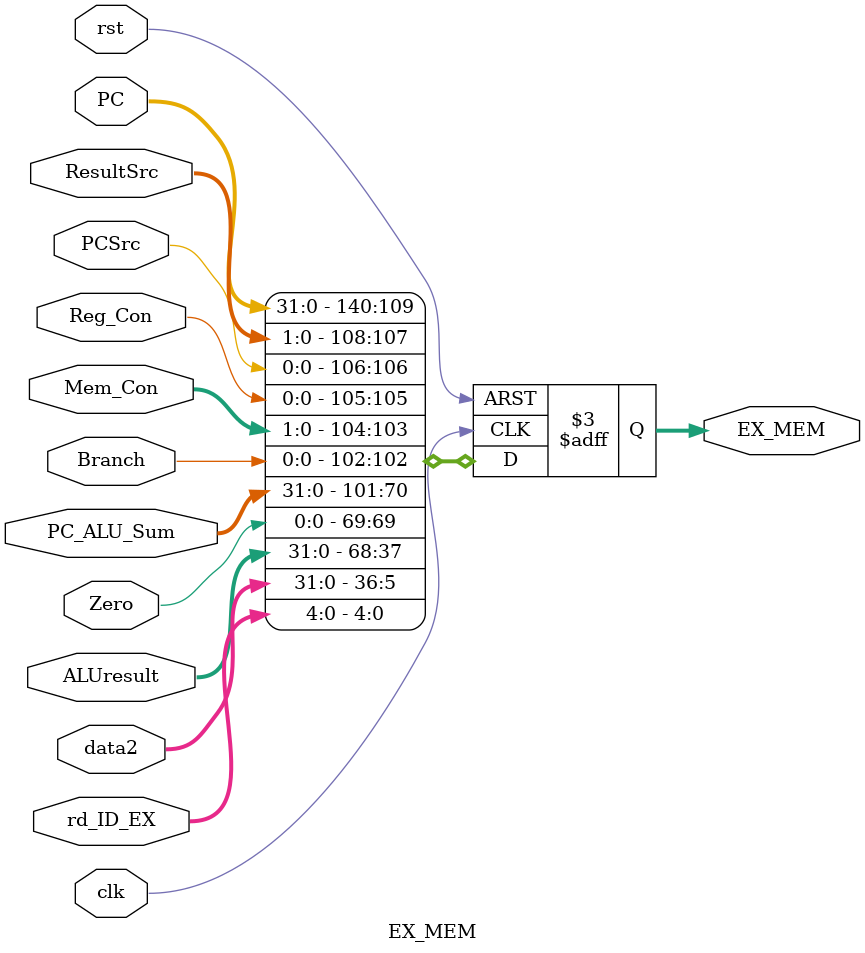
<source format=v>
module EX_MEM(clk, rst, EX_MEM, PC_ALU_Sum, Zero, ALUresult, data2, rd_ID_EX, Reg_Con, Mem_Con, Branch, PCSrc, ResultSrc, PC);

    input clk, rst, Zero, Reg_Con, Branch, PCSrc;
    input [1:0] Mem_Con, ResultSrc;
    input [31:0] PC_ALU_Sum, ALUresult, data2, PC;
    input [4:0] rd_ID_EX;
    output reg [140:0] EX_MEM;
    

    always @(posedge clk or negedge rst) begin
        if(~rst) begin
            EX_MEM <= 'b0;
        end
        else
            EX_MEM <= {PC, ResultSrc, PCSrc, Reg_Con, Mem_Con, Branch, PC_ALU_Sum, Zero, ALUresult, data2, rd_ID_EX};
    end

endmodule
</source>
